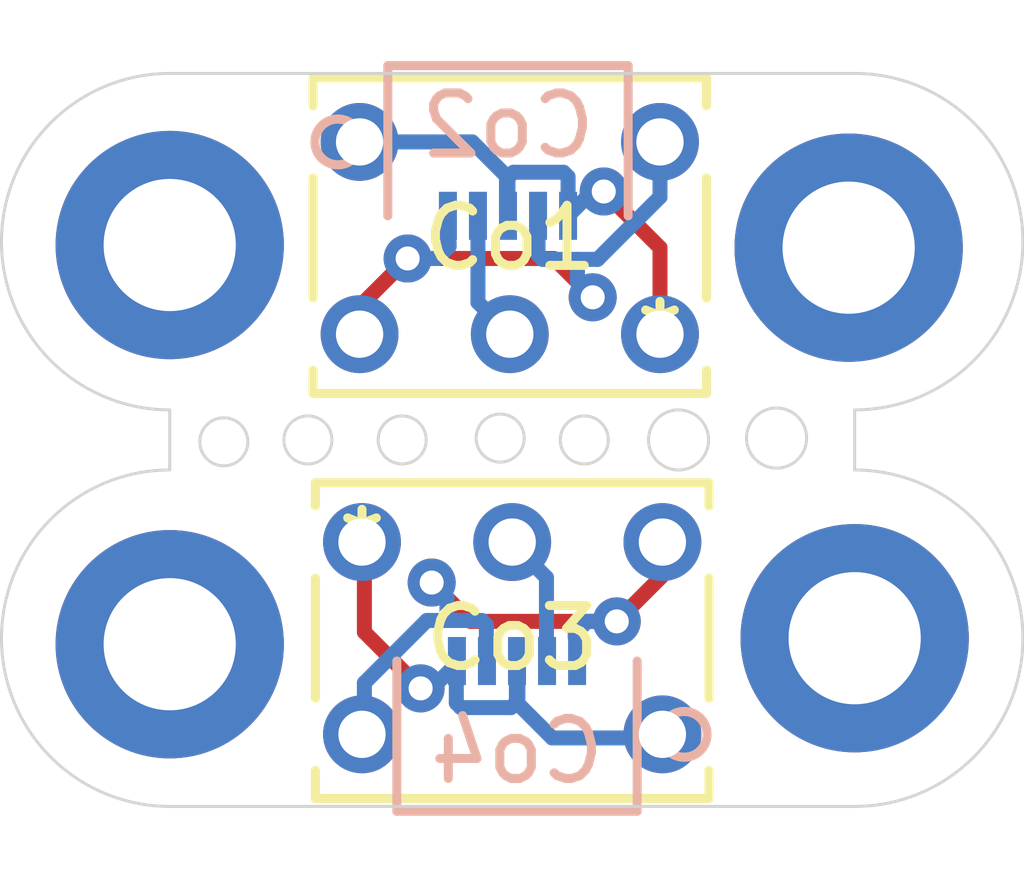
<source format=kicad_pcb>
(kicad_pcb (version 20171130) (host pcbnew "(5.1.5)-3")

  (general
    (thickness 1.6)
    (drawings 15)
    (tracks 70)
    (zones 0)
    (modules 8)
    (nets 4)
  )

  (page A4)
  (layers
    (0 F.Cu signal)
    (31 B.Cu signal)
    (32 B.Adhes user)
    (33 F.Adhes user)
    (34 B.Paste user)
    (35 F.Paste user)
    (36 B.SilkS user hide)
    (37 F.SilkS user)
    (38 B.Mask user)
    (39 F.Mask user)
    (40 Dwgs.User user)
    (41 Cmts.User user)
    (42 Eco1.User user)
    (43 Eco2.User user)
    (44 Edge.Cuts user)
    (45 Margin user)
    (46 B.CrtYd user)
    (47 F.CrtYd user)
    (48 B.Fab user)
    (49 F.Fab user hide)
  )

  (setup
    (last_trace_width 0.25)
    (trace_clearance 0.2)
    (zone_clearance 0.508)
    (zone_45_only no)
    (trace_min 0.2)
    (via_size 0.8)
    (via_drill 0.4)
    (via_min_size 0.4)
    (via_min_drill 0.3)
    (uvia_size 0.3)
    (uvia_drill 0.1)
    (uvias_allowed no)
    (uvia_min_size 0.2)
    (uvia_min_drill 0.1)
    (edge_width 0.05)
    (segment_width 0.2)
    (pcb_text_width 0.3)
    (pcb_text_size 1.5 1.5)
    (mod_edge_width 0.12)
    (mod_text_size 1 1)
    (mod_text_width 0.15)
    (pad_size 3.8 3.8)
    (pad_drill 2.2)
    (pad_to_mask_clearance 0.051)
    (solder_mask_min_width 0.25)
    (aux_axis_origin 0 0)
    (visible_elements FFFFFF7F)
    (pcbplotparams
      (layerselection 0x010fc_ffffffff)
      (usegerberextensions false)
      (usegerberattributes false)
      (usegerberadvancedattributes false)
      (creategerberjobfile false)
      (excludeedgelayer true)
      (linewidth 0.100000)
      (plotframeref false)
      (viasonmask false)
      (mode 1)
      (useauxorigin false)
      (hpglpennumber 1)
      (hpglpenspeed 20)
      (hpglpendiameter 15.000000)
      (psnegative false)
      (psa4output false)
      (plotreference true)
      (plotvalue true)
      (plotinvisibletext false)
      (padsonsilk false)
      (subtractmaskfromsilk false)
      (outputformat 1)
      (mirror false)
      (drillshape 0)
      (scaleselection 1)
      (outputdirectory "GRBR/"))
  )

  (net 0 "")
  (net 1 GNDD)
  (net 2 +3V3)
  (net 3 Limit_Switch)

  (net_class Default "This is the default net class."
    (clearance 0.2)
    (trace_width 0.25)
    (via_dia 0.8)
    (via_drill 0.4)
    (uvia_dia 0.3)
    (uvia_drill 0.1)
    (add_net +3V3)
    (add_net GNDD)
    (add_net Limit_Switch)
  )

  (module Mini_Golden_Talon_Footprints:RPI-1133 (layer F.Cu) (tedit 5F319872) (tstamp 5F43F2BB)
    (at 130.66 68.94)
    (path /5F43F276)
    (fp_text reference Co1 (at -2.5 -1.600001) (layer F.SilkS)
      (effects (font (size 1 1) (thickness 0.15)))
    )
    (fp_text value RPI-1133 (at -2.5 -5.08) (layer F.SilkS) hide
      (effects (font (size 1 1) (thickness 0.15)))
    )
    (fp_circle (center -5.361999 -3.200001) (end -4.980999 -3.200001) (layer B.SilkS) (width 0.1524))
    (fp_circle (center -5 -5.105001) (end -4.619 -5.105001) (layer F.Fab) (width 0.1524))
    (fp_line (start 0.6477 -4.140001) (end -5.6477 -4.140001) (layer F.CrtYd) (width 0.1524))
    (fp_line (start 0.6477 0.86) (end 0.6477 -4.140001) (layer F.CrtYd) (width 0.1524))
    (fp_line (start -5.6477 0.86) (end 0.6477 0.86) (layer F.CrtYd) (width 0.1524))
    (fp_line (start -5.6477 -4.140001) (end -5.6477 0.86) (layer F.CrtYd) (width 0.1524))
    (fp_line (start 0.9017 -4.394001) (end -5.9017 -4.394001) (layer F.CrtYd) (width 0.1524))
    (fp_line (start 0.9017 1.114) (end 0.9017 -4.394001) (layer F.CrtYd) (width 0.1524))
    (fp_line (start -5.9017 1.114) (end 0.9017 1.114) (layer F.CrtYd) (width 0.1524))
    (fp_line (start -5.9017 -4.394001) (end -5.9017 1.114) (layer F.CrtYd) (width 0.1524))
    (fp_line (start 0.7747 -0.600919) (end 0.7747 -2.599082) (layer F.SilkS) (width 0.1524))
    (fp_line (start 0.7747 -3.800918) (end 0.7747 -4.267001) (layer F.SilkS) (width 0.1524))
    (fp_line (start -5.7747 0.600917) (end -5.7747 0.987) (layer F.SilkS) (width 0.1524))
    (fp_line (start -5.7747 -2.599082) (end -5.7747 -0.600919) (layer F.SilkS) (width 0.1524))
    (fp_line (start -5.6477 -4.140001) (end -5.6477 0.86) (layer F.Fab) (width 0.1524))
    (fp_line (start 0.6477 -4.140001) (end -5.6477 -4.140001) (layer F.Fab) (width 0.1524))
    (fp_line (start 0.6477 0.86) (end 0.6477 -4.140001) (layer F.Fab) (width 0.1524))
    (fp_line (start -5.6477 0.86) (end 0.6477 0.86) (layer F.Fab) (width 0.1524))
    (fp_line (start -5.7747 -4.267001) (end -5.7747 -3.800918) (layer F.SilkS) (width 0.1524))
    (fp_line (start 0.7747 -4.267001) (end -5.7747 -4.267001) (layer F.SilkS) (width 0.1524))
    (fp_line (start 0.7747 0.987) (end 0.7747 0.600917) (layer F.SilkS) (width 0.1524))
    (fp_line (start -5.7747 0.987) (end 0.7747 0.987) (layer F.SilkS) (width 0.1524))
    (fp_text user * (at 0 0) (layer F.Fab)
      (effects (font (size 1 1) (thickness 0.15)))
    )
    (fp_text user * (at 0 0) (layer F.SilkS)
      (effects (font (size 1 1) (thickness 0.15)))
    )
    (fp_text user "Copyright 2016 Accelerated Designs. All rights reserved." (at 0 0) (layer Cmts.User)
      (effects (font (size 0.127 0.127) (thickness 0.002)))
    )
    (pad 3 thru_hole circle (at 0 -0.000001) (size 1.2954 1.2954) (drill 0.7874) (layers *.Cu *.Mask)
      (net 1 GNDD))
    (pad 2 thru_hole circle (at 0 -3.2) (size 1.2954 1.2954) (drill 0.7874) (layers *.Cu *.Mask)
      (net 2 +3V3))
    (pad 4 thru_hole circle (at -2.5 -0.000001) (size 1.2954 1.2954) (drill 0.7874) (layers *.Cu *.Mask)
      (net 3 Limit_Switch))
    (pad 5 thru_hole circle (at -5 -0.000001) (size 1.2954 1.2954) (drill 0.7874) (layers *.Cu *.Mask)
      (net 2 +3V3))
    (pad 1 thru_hole circle (at -5 -3.2) (size 1.2954 1.2954) (drill 0.7874) (layers *.Cu *.Mask)
      (net 1 GNDD))
  )

  (module "Mini_Golden_Talon_Footprints:FH19C-5S-0.5SH(99)" (layer B.Cu) (tedit 5F31D3D0) (tstamp 5F43F3FF)
    (at 129.13 66.97 180)
    (path /5F446891)
    (fp_text reference Co2 (at 1 1.5) (layer B.SilkS)
      (effects (font (size 1 1) (thickness 0.15)) (justify mirror))
    )
    (fp_text value RPI-1133 (at 1.5 0.5) (layer B.Fab)
      (effects (font (size 1 1) (thickness 0.15)) (justify mirror))
    )
    (fp_line (start -1 0) (end -1 2.5) (layer B.SilkS) (width 0.15))
    (fp_line (start -1 2.5) (end 3 2.5) (layer B.SilkS) (width 0.15))
    (fp_line (start 3 2.5) (end 3 0) (layer B.SilkS) (width 0.15))
    (pad 1 smd rect (at 0 0 180) (size 0.3 0.8) (layers B.Cu B.Paste B.Mask)
      (net 1 GNDD))
    (pad 2 smd rect (at 0.5 0 180) (size 0.3 0.8) (layers B.Cu B.Paste B.Mask)
      (net 2 +3V3))
    (pad 3 smd rect (at 1 0 180) (size 0.3 0.8) (layers B.Cu B.Paste B.Mask)
      (net 1 GNDD))
    (pad 4 smd rect (at 1.5 0 180) (size 0.3 0.8) (layers B.Cu B.Paste B.Mask)
      (net 3 Limit_Switch))
    (pad 5 smd rect (at 2 0 180) (size 0.3 0.8) (layers B.Cu B.Paste B.Mask)
      (net 2 +3V3))
    (model "${KIPRJMOD}/3D Files/FH19C-5S-0.5SH.igs"
      (offset (xyz 2.42 0.2 0))
      (scale (xyz 1 1 1))
      (rotate (xyz -90 0 90))
    )
  )

  (module Mounting_Holes:MountingHole_2.2mm_M2_ISO14580_Pad (layer F.Cu) (tedit 56D1B4CB) (tstamp 5F43F813)
    (at 122.5 67.456)
    (descr "Mounting Hole 2.2mm, M2, ISO14580")
    (tags "mounting hole 2.2mm m2 iso14580")
    (path /5F44B783)
    (attr virtual)
    (fp_text reference H1 (at 0 -2.9) (layer F.SilkS) hide
      (effects (font (size 1 1) (thickness 0.15)))
    )
    (fp_text value MountingHole (at 0 2.9) (layer F.Fab)
      (effects (font (size 1 1) (thickness 0.15)))
    )
    (fp_circle (center 0 0) (end 2.15 0) (layer F.CrtYd) (width 0.05))
    (fp_circle (center 0 0) (end 1.9 0) (layer Cmts.User) (width 0.15))
    (fp_text user %R (at 0.3 0) (layer F.Fab)
      (effects (font (size 1 1) (thickness 0.15)))
    )
    (pad 1 thru_hole circle (at 0 0) (size 3.8 3.8) (drill 2.2) (layers *.Cu *.Mask))
  )

  (module Mounting_Holes:MountingHole_2.2mm_M2_ISO14580_Pad (layer F.Cu) (tedit 56D1B4CB) (tstamp 5F43F855)
    (at 133.8 67.5)
    (descr "Mounting Hole 2.2mm, M2, ISO14580")
    (tags "mounting hole 2.2mm m2 iso14580")
    (path /5F44BF53)
    (attr virtual)
    (fp_text reference H2 (at 0 -2.9) (layer F.SilkS) hide
      (effects (font (size 1 1) (thickness 0.15)))
    )
    (fp_text value MountingHole (at 0 2.9) (layer F.Fab)
      (effects (font (size 1 1) (thickness 0.15)))
    )
    (fp_text user %R (at 0.3 0) (layer F.Fab)
      (effects (font (size 1 1) (thickness 0.15)))
    )
    (fp_circle (center 0 0) (end 1.9 0) (layer Cmts.User) (width 0.15))
    (fp_circle (center 0 0) (end 2.15 0) (layer F.CrtYd) (width 0.05))
    (pad 1 thru_hole circle (at 0 0) (size 3.8 3.8) (drill 2.2) (layers *.Cu *.Mask))
  )

  (module Mini_Golden_Talon_Footprints:RPI-1133 (layer F.Cu) (tedit 5F319872) (tstamp 5F43FBA3)
    (at 125.7 72.4 180)
    (path /5F458087)
    (fp_text reference Co3 (at -2.5 -1.600001) (layer F.SilkS)
      (effects (font (size 1 1) (thickness 0.15)))
    )
    (fp_text value RPI-1133 (at -2.5 -5.08) (layer F.SilkS) hide
      (effects (font (size 1 1) (thickness 0.15)))
    )
    (fp_circle (center -5.361999 -3.200001) (end -4.980999 -3.200001) (layer B.SilkS) (width 0.1524))
    (fp_circle (center -5 -5.105001) (end -4.619 -5.105001) (layer F.Fab) (width 0.1524))
    (fp_line (start 0.6477 -4.140001) (end -5.6477 -4.140001) (layer F.CrtYd) (width 0.1524))
    (fp_line (start 0.6477 0.86) (end 0.6477 -4.140001) (layer F.CrtYd) (width 0.1524))
    (fp_line (start -5.6477 0.86) (end 0.6477 0.86) (layer F.CrtYd) (width 0.1524))
    (fp_line (start -5.6477 -4.140001) (end -5.6477 0.86) (layer F.CrtYd) (width 0.1524))
    (fp_line (start 0.9017 -4.394001) (end -5.9017 -4.394001) (layer F.CrtYd) (width 0.1524))
    (fp_line (start 0.9017 1.114) (end 0.9017 -4.394001) (layer F.CrtYd) (width 0.1524))
    (fp_line (start -5.9017 1.114) (end 0.9017 1.114) (layer F.CrtYd) (width 0.1524))
    (fp_line (start -5.9017 -4.394001) (end -5.9017 1.114) (layer F.CrtYd) (width 0.1524))
    (fp_line (start 0.7747 -0.600919) (end 0.7747 -2.599082) (layer F.SilkS) (width 0.1524))
    (fp_line (start 0.7747 -3.800918) (end 0.7747 -4.267001) (layer F.SilkS) (width 0.1524))
    (fp_line (start -5.7747 0.600917) (end -5.7747 0.987) (layer F.SilkS) (width 0.1524))
    (fp_line (start -5.7747 -2.599082) (end -5.7747 -0.600919) (layer F.SilkS) (width 0.1524))
    (fp_line (start -5.6477 -4.140001) (end -5.6477 0.86) (layer F.Fab) (width 0.1524))
    (fp_line (start 0.6477 -4.140001) (end -5.6477 -4.140001) (layer F.Fab) (width 0.1524))
    (fp_line (start 0.6477 0.86) (end 0.6477 -4.140001) (layer F.Fab) (width 0.1524))
    (fp_line (start -5.6477 0.86) (end 0.6477 0.86) (layer F.Fab) (width 0.1524))
    (fp_line (start -5.7747 -4.267001) (end -5.7747 -3.800918) (layer F.SilkS) (width 0.1524))
    (fp_line (start 0.7747 -4.267001) (end -5.7747 -4.267001) (layer F.SilkS) (width 0.1524))
    (fp_line (start 0.7747 0.987) (end 0.7747 0.600917) (layer F.SilkS) (width 0.1524))
    (fp_line (start -5.7747 0.987) (end 0.7747 0.987) (layer F.SilkS) (width 0.1524))
    (fp_text user * (at 0 0) (layer F.Fab)
      (effects (font (size 1 1) (thickness 0.15)))
    )
    (fp_text user * (at 0 0) (layer F.SilkS)
      (effects (font (size 1 1) (thickness 0.15)))
    )
    (fp_text user "Copyright 2016 Accelerated Designs. All rights reserved." (at 0 0) (layer Cmts.User)
      (effects (font (size 0.127 0.127) (thickness 0.002)))
    )
    (pad 3 thru_hole circle (at 0 -0.000001 180) (size 1.2954 1.2954) (drill 0.7874) (layers *.Cu *.Mask)
      (net 1 GNDD))
    (pad 2 thru_hole circle (at 0 -3.2 180) (size 1.2954 1.2954) (drill 0.7874) (layers *.Cu *.Mask)
      (net 2 +3V3))
    (pad 4 thru_hole circle (at -2.5 -0.000001 180) (size 1.2954 1.2954) (drill 0.7874) (layers *.Cu *.Mask)
      (net 3 Limit_Switch))
    (pad 5 thru_hole circle (at -5 -0.000001 180) (size 1.2954 1.2954) (drill 0.7874) (layers *.Cu *.Mask)
      (net 2 +3V3))
    (pad 1 thru_hole circle (at -5 -3.2 180) (size 1.2954 1.2954) (drill 0.7874) (layers *.Cu *.Mask)
      (net 1 GNDD))
  )

  (module "Mini_Golden_Talon_Footprints:FH19C-5S-0.5SH(99)" (layer B.Cu) (tedit 5F31D3D0) (tstamp 5F43FBAF)
    (at 127.28 74.38)
    (path /5F4580BA)
    (fp_text reference Co4 (at 1 1.5) (layer B.SilkS)
      (effects (font (size 1 1) (thickness 0.15)) (justify mirror))
    )
    (fp_text value RPI-1133 (at 1.5 0.5) (layer B.Fab)
      (effects (font (size 1 1) (thickness 0.15)) (justify mirror))
    )
    (fp_line (start -1 0) (end -1 2.5) (layer B.SilkS) (width 0.15))
    (fp_line (start -1 2.5) (end 3 2.5) (layer B.SilkS) (width 0.15))
    (fp_line (start 3 2.5) (end 3 0) (layer B.SilkS) (width 0.15))
    (pad 1 smd rect (at 0 0) (size 0.3 0.8) (layers B.Cu B.Paste B.Mask)
      (net 1 GNDD))
    (pad 2 smd rect (at 0.5 0) (size 0.3 0.8) (layers B.Cu B.Paste B.Mask)
      (net 2 +3V3))
    (pad 3 smd rect (at 1 0) (size 0.3 0.8) (layers B.Cu B.Paste B.Mask)
      (net 1 GNDD))
    (pad 4 smd rect (at 1.5 0) (size 0.3 0.8) (layers B.Cu B.Paste B.Mask)
      (net 3 Limit_Switch))
    (pad 5 smd rect (at 2 0) (size 0.3 0.8) (layers B.Cu B.Paste B.Mask)
      (net 2 +3V3))
    (model "${KIPRJMOD}/3D Files/FH19C-5S-0.5SH.igs"
      (offset (xyz 2.42 0.2 0))
      (scale (xyz 1 1 1))
      (rotate (xyz -90 0 90))
    )
  )

  (module Mounting_Holes:MountingHole_2.2mm_M2_ISO14580_Pad (layer F.Cu) (tedit 56D1B4CB) (tstamp 5F4400BA)
    (at 133.9 74 180)
    (descr "Mounting Hole 2.2mm, M2, ISO14580")
    (tags "mounting hole 2.2mm m2 iso14580")
    (path /5F4580ED)
    (attr virtual)
    (fp_text reference H3 (at 0 -2.9) (layer F.SilkS) hide
      (effects (font (size 1 1) (thickness 0.15)))
    )
    (fp_text value MountingHole (at 0 2.9) (layer F.Fab)
      (effects (font (size 1 1) (thickness 0.15)))
    )
    (fp_circle (center 0 0) (end 2.15 0) (layer F.CrtYd) (width 0.05))
    (fp_circle (center 0 0) (end 1.9 0) (layer Cmts.User) (width 0.15))
    (fp_text user %R (at 0.3 0) (layer F.Fab)
      (effects (font (size 1 1) (thickness 0.15)))
    )
    (pad 1 thru_hole circle (at 0 0 180) (size 3.8 3.8) (drill 2.2) (layers *.Cu *.Mask))
  )

  (module Mounting_Holes:MountingHole_2.2mm_M2_ISO14580_Pad (layer F.Cu) (tedit 56D1B4CB) (tstamp 5F4400CF)
    (at 122.5 74.1 180)
    (descr "Mounting Hole 2.2mm, M2, ISO14580")
    (tags "mounting hole 2.2mm m2 iso14580")
    (path /5F4580F7)
    (attr virtual)
    (fp_text reference H4 (at 0 -2.9) (layer F.SilkS) hide
      (effects (font (size 1 1) (thickness 0.15)))
    )
    (fp_text value MountingHole (at 0 2.9) (layer F.Fab)
      (effects (font (size 1 1) (thickness 0.15)))
    )
    (fp_text user %R (at 0.3 0) (layer F.Fab)
      (effects (font (size 1 1) (thickness 0.15)))
    )
    (fp_circle (center 0 0) (end 1.9 0) (layer Cmts.User) (width 0.15))
    (fp_circle (center 0 0) (end 2.15 0) (layer F.CrtYd) (width 0.05))
    (pad 1 thru_hole circle (at 0 0 180) (size 3.8 3.8) (drill 2.2) (layers *.Cu *.Mask))
  )

  (gr_circle (center 123.4 70.731058) (end 123.8 70.731058) (layer Edge.Cuts) (width 0.05))
  (gr_circle (center 124.8 70.7) (end 125.2 70.7) (layer Edge.Cuts) (width 0.05) (tstamp 5F43FFBA))
  (gr_circle (center 126.368942 70.7) (end 126.768942 70.7) (layer Edge.Cuts) (width 0.05) (tstamp 5F43FFBB))
  (gr_circle (center 128 70.668942) (end 128.4 70.668942) (layer Edge.Cuts) (width 0.05) (tstamp 5F43FFB9))
  (gr_line (start 133.9 70.2) (end 133.9 71.2) (layer Edge.Cuts) (width 0.05))
  (gr_circle (center 132.6 70.668942) (end 133.1 70.668942) (layer Edge.Cuts) (width 0.05) (tstamp 5F43FEEE))
  (gr_circle (center 130.968942 70.7) (end 131.468942 70.7) (layer Edge.Cuts) (width 0.05) (tstamp 5F43FE92))
  (gr_circle (center 129.4 70.7) (end 129.8 70.7) (layer Edge.Cuts) (width 0.05) (tstamp 5F43FE90))
  (gr_line (start 122.5 70.2) (end 122.5 71.2) (layer Edge.Cuts) (width 0.05))
  (gr_arc (start 133.9 74) (end 133.9 76.8) (angle -180) (layer Edge.Cuts) (width 0.05) (tstamp 5F4400DE))
  (gr_line (start 122.5 76.8) (end 133.9 76.8) (layer Edge.Cuts) (width 0.05) (tstamp 5F4400E1))
  (gr_arc (start 122.5 74) (end 122.5 71.2) (angle -180) (layer Edge.Cuts) (width 0.05) (tstamp 5F440144))
  (gr_line (start 122.5 64.6) (end 133.9 64.6) (layer Edge.Cuts) (width 0.05))
  (gr_arc (start 133.9 67.4) (end 133.9 70.2) (angle -180) (layer Edge.Cuts) (width 0.05) (tstamp 5F43F89B))
  (gr_arc (start 122.5 67.4) (end 122.5 64.6) (angle -180) (layer Edge.Cuts) (width 0.05) (tstamp 5F43F898))

  (segment (start 128.180001 75.155001) (end 127.345001 75.155001) (width 0.25) (layer B.Cu) (net 1) (tstamp 5F440117))
  (segment (start 128.27 75.065002) (end 128.180001 75.155001) (width 0.25) (layer B.Cu) (net 1) (tstamp 5F44012F))
  (segment (start 130.74 75.66) (end 128.864998 75.66) (width 0.25) (layer B.Cu) (net 1) (tstamp 5F44010B))
  (segment (start 127.27 75.08) (end 127.27 74.43) (width 0.25) (layer B.Cu) (net 1) (tstamp 5F440135))
  (segment (start 128.294999 74.454999) (end 128.27 74.43) (width 0.25) (layer B.Cu) (net 1) (tstamp 5F4400F9))
  (segment (start 128.864998 75.66) (end 128.294999 75.090001) (width 0.25) (layer B.Cu) (net 1) (tstamp 5F440126))
  (segment (start 128.294999 75.090001) (end 128.294999 74.454999) (width 0.25) (layer B.Cu) (net 1) (tstamp 5F440132))
  (segment (start 127.345001 75.155001) (end 127.27 75.08) (width 0.25) (layer B.Cu) (net 1) (tstamp 5F440123))
  (segment (start 128.27 74.43) (end 128.27 75.065002) (width 0.25) (layer B.Cu) (net 1) (tstamp 5F440114))
  (segment (start 126.676142 74.835137) (end 126.864863 74.835137) (width 0.25) (layer B.Cu) (net 1) (tstamp 5F44012C))
  (segment (start 125.74 73.898995) (end 126.676142 74.835137) (width 0.25) (layer F.Cu) (net 1) (tstamp 5F4400F3))
  (segment (start 126.864863 74.835137) (end 127.27 74.43) (width 0.25) (layer B.Cu) (net 1) (tstamp 5F4400FC))
  (segment (start 125.74 72.460001) (end 125.74 73.898995) (width 0.25) (layer F.Cu) (net 1) (tstamp 5F44011D))
  (via (at 126.676142 74.835137) (size 0.8) (drill 0.4) (layers F.Cu B.Cu) (net 1) (tstamp 5F4400AE))
  (segment (start 127.694999 73.704999) (end 127.77 73.78) (width 0.25) (layer B.Cu) (net 2) (tstamp 5F44011A))
  (segment (start 129.45 73.72) (end 129.25 73.92) (width 0.25) (layer B.Cu) (net 2) (tstamp 5F440105))
  (segment (start 129.94 73.72) (end 129.45 73.72) (width 0.25) (layer B.Cu) (net 2) (tstamp 5F44010E))
  (segment (start 130.74 72.460001) (end 130.74 72.92) (width 0.25) (layer F.Cu) (net 2) (tstamp 5F440138))
  (segment (start 130.74 72.92) (end 129.94 73.72) (width 0.25) (layer F.Cu) (net 2) (tstamp 5F4400F0))
  (segment (start 127.77 73.78) (end 127.77 74.43) (width 0.25) (layer B.Cu) (net 2) (tstamp 5F4400ED))
  (segment (start 126.779015 73.704999) (end 127.694999 73.704999) (width 0.25) (layer B.Cu) (net 2) (tstamp 5F4400F6))
  (segment (start 125.74 74.744014) (end 126.779015 73.704999) (width 0.25) (layer B.Cu) (net 2) (tstamp 5F440120))
  (segment (start 125.74 75.66) (end 125.74 74.744014) (width 0.25) (layer B.Cu) (net 2) (tstamp 5F440108))
  (segment (start 126.86 73.074) (end 127.114 73.328) (width 0.25) (layer B.Cu) (net 2) (tstamp 5F440129))
  (segment (start 127.114 73.328) (end 127.114 73.582) (width 0.25) (layer B.Cu) (net 2) (tstamp 5F44013E))
  (segment (start 127.114 73.582) (end 127.114 73.704999) (width 0.25) (layer B.Cu) (net 2) (tstamp 5F4400EA))
  (segment (start 129.94 73.72) (end 127.506 73.72) (width 0.25) (layer F.Cu) (net 2) (tstamp 5F440102))
  (segment (start 127.506 73.72) (end 126.86 73.074) (width 0.25) (layer F.Cu) (net 2) (tstamp 5F440141))
  (segment (start 129.27 74.006) (end 129.27 74.43) (width 0.25) (layer B.Cu) (net 2) (tstamp 5F4400E7))
  (segment (start 129.25 73.986) (end 129.27 74.006) (width 0.25) (layer B.Cu) (net 2) (tstamp 5F4400FF))
  (segment (start 129.25 73.92) (end 129.25 73.986) (width 0.25) (layer B.Cu) (net 2) (tstamp 5F44013B))
  (via (at 126.86 73.074) (size 0.8) (drill 0.4) (layers F.Cu B.Cu) (net 2) (tstamp 5F4400B1))
  (via (at 129.94 73.72) (size 0.8) (drill 0.4) (layers F.Cu B.Cu) (net 2) (tstamp 5F4400AB))
  (segment (start 128.77 72.990001) (end 128.77 74.43) (width 0.25) (layer B.Cu) (net 3) (tstamp 5F4400E4))
  (segment (start 128.24 72.460001) (end 128.77 72.990001) (width 0.25) (layer B.Cu) (net 3) (tstamp 5F440111))
  (segment (start 128.105001 66.945001) (end 128.13 66.97) (width 0.25) (layer B.Cu) (net 1))
  (segment (start 128.105001 66.309999) (end 128.105001 66.945001) (width 0.25) (layer B.Cu) (net 1))
  (segment (start 125.66 65.74) (end 127.535002 65.74) (width 0.25) (layer B.Cu) (net 1))
  (segment (start 127.535002 65.74) (end 128.105001 66.309999) (width 0.25) (layer B.Cu) (net 1))
  (segment (start 129.13 66.32) (end 129.13 66.97) (width 0.25) (layer B.Cu) (net 1))
  (segment (start 129.054999 66.244999) (end 129.13 66.32) (width 0.25) (layer B.Cu) (net 1))
  (segment (start 128.219999 66.244999) (end 129.054999 66.244999) (width 0.25) (layer B.Cu) (net 1))
  (segment (start 128.13 66.334998) (end 128.219999 66.244999) (width 0.25) (layer B.Cu) (net 1))
  (segment (start 128.13 66.97) (end 128.13 66.334998) (width 0.25) (layer B.Cu) (net 1))
  (via (at 129.723858 66.564863) (size 0.8) (drill 0.4) (layers F.Cu B.Cu) (net 1))
  (segment (start 130.66 68.939999) (end 130.66 67.501005) (width 0.25) (layer F.Cu) (net 1))
  (segment (start 130.66 67.501005) (end 129.723858 66.564863) (width 0.25) (layer F.Cu) (net 1))
  (segment (start 129.535137 66.564863) (end 129.13 66.97) (width 0.25) (layer B.Cu) (net 1))
  (segment (start 129.723858 66.564863) (end 129.535137 66.564863) (width 0.25) (layer B.Cu) (net 1))
  (via (at 126.46 67.68) (size 0.8) (drill 0.4) (layers F.Cu B.Cu) (net 2))
  (segment (start 125.66 68.939999) (end 125.66 68.48) (width 0.25) (layer F.Cu) (net 2))
  (segment (start 125.66 68.48) (end 126.46 67.68) (width 0.25) (layer F.Cu) (net 2))
  (segment (start 126.95 67.68) (end 127.15 67.48) (width 0.25) (layer B.Cu) (net 2))
  (segment (start 126.46 67.68) (end 126.95 67.68) (width 0.25) (layer B.Cu) (net 2))
  (segment (start 128.705001 67.695001) (end 128.63 67.62) (width 0.25) (layer B.Cu) (net 2))
  (segment (start 129.620985 67.695001) (end 128.705001 67.695001) (width 0.25) (layer B.Cu) (net 2))
  (segment (start 130.66 66.655986) (end 129.620985 67.695001) (width 0.25) (layer B.Cu) (net 2))
  (segment (start 128.63 67.62) (end 128.63 66.97) (width 0.25) (layer B.Cu) (net 2))
  (segment (start 130.66 65.74) (end 130.66 66.655986) (width 0.25) (layer B.Cu) (net 2))
  (segment (start 126.46 67.68) (end 128.894 67.68) (width 0.25) (layer F.Cu) (net 2))
  (via (at 129.54 68.326) (size 0.8) (drill 0.4) (layers F.Cu B.Cu) (net 2))
  (segment (start 128.894 67.68) (end 129.54 68.326) (width 0.25) (layer F.Cu) (net 2))
  (segment (start 129.54 68.326) (end 129.286 68.072) (width 0.25) (layer B.Cu) (net 2))
  (segment (start 129.286 67.818) (end 129.286 67.695001) (width 0.25) (layer B.Cu) (net 2))
  (segment (start 129.286 68.072) (end 129.286 67.818) (width 0.25) (layer B.Cu) (net 2))
  (segment (start 127.13 67.394) (end 127.13 66.97) (width 0.25) (layer B.Cu) (net 2))
  (segment (start 127.15 67.414) (end 127.13 67.394) (width 0.25) (layer B.Cu) (net 2))
  (segment (start 127.15 67.48) (end 127.15 67.414) (width 0.25) (layer B.Cu) (net 2))
  (segment (start 127.63 68.409999) (end 127.63 66.97) (width 0.25) (layer B.Cu) (net 3))
  (segment (start 128.16 68.939999) (end 127.63 68.409999) (width 0.25) (layer B.Cu) (net 3))

)

</source>
